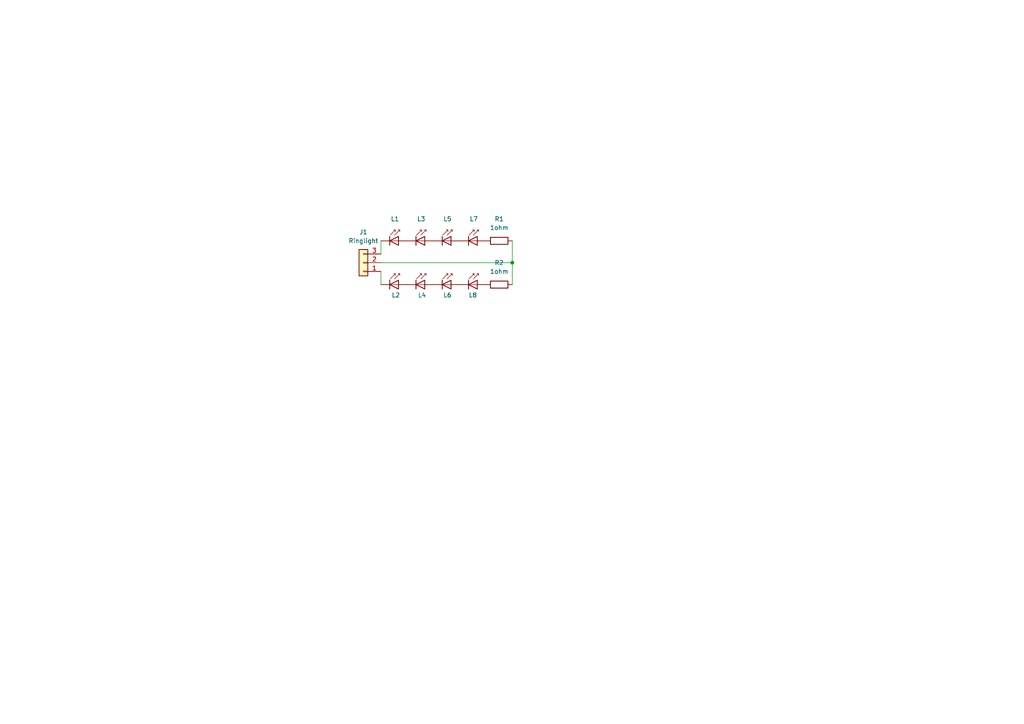
<source format=kicad_sch>
(kicad_sch (version 20231120) (generator "eeschema") (generator_version "8.0")
  (paper "A4")
  (lib_symbols
    (symbol "Connector_Generic:Conn_01x03" (pin_names (offset 1.016) hide)
      (property "Reference" "J" (at 0 5.08 0))
      (property "Value" "Conn_01x03" (at 0 -5.08 0))
      (symbol "Conn_01x03_1_1"
        (rectangle (start -1.27 -2.413) (end 0 -2.667) (stroke (width 0.1524)))
        (rectangle (start -1.27 0.127) (end 0 -0.127) (stroke (width 0.1524)))
        (rectangle (start -1.27 2.667) (end 0 2.413) (stroke (width 0.1524)))
        (rectangle (start -1.27 3.81) (end 1.27 -3.81) (stroke (width 0.254)) (fill (type background)))
        (pin passive line (at -5.08 2.54 0) (length 3.81) (name "Pin_1") (number "1"))
        (pin passive line (at -5.08 0 0) (length 3.81) (name "Pin_2") (number "2"))
        (pin passive line (at -5.08 -2.54 0) (length 3.81) (name "Pin_3") (number "3"))
      )
    )
    (symbol "Device:R" (pin_numbers hide) (pin_names (offset 0))
      (property "Reference" "R" (at 2.032 0 90))
      (property "Value" "R" (at 0 0 90))
      (symbol "R_0_1"
        (rectangle (start -1.016 -2.54) (end 1.016 2.54) (stroke (width 0.254)))
      )
      (symbol "R_1_1"
        (pin passive line (at 0 3.81 270) (length 1.27) (name "~") (number "1"))
        (pin passive line (at 0 -3.81 90) (length 1.27) (name "~") (number "2"))
      )
    )
    (symbol "LED:LD271" (pin_numbers hide) (pin_names (offset 1.016) hide)
      (property "Reference" "D" (at 0.508 1.778 0))
      (property "Value" "LD271" (at -1.016 -2.794 0))
      (symbol "LD271_0_1"
        (polyline (pts (xy -2.54 1.27) (xy -2.54 -1.27)) (stroke (width 0.254)))
        (polyline (pts (xy 0 0) (xy -2.54 0)))
        (polyline (pts (xy 0.381 3.175) (xy -0.127 3.175)))
        (polyline (pts (xy -1.143 1.651) (xy 0.381 3.175) (xy 0.381 2.667)))
        (polyline (pts (xy 0 -1.27) (xy -2.54 0) (xy 0 1.27) (xy 0 -1.27)) (stroke (width 0.254)))
        (polyline (pts (xy -2.413 1.651) (xy -0.889 3.175) (xy -0.889 2.667) (xy -0.889 3.175) (xy -1.397 3.175)))
      )
      (symbol "LD271_1_1"
        (pin passive line (at -5.08 0 0) (length 2.54) (name "K") (number "1"))
        (pin passive line (at 2.54 0 180) (length 2.54) (name "A") (number "2"))
      )
    )
  )
  (junction (at 148.59 76.2))
  (wire (pts (xy 148.59 76.2) (xy 148.59 82.55)))
  (wire (pts (xy 110.49 78.74) (xy 110.49 82.55)))
  (wire (pts (xy 110.49 69.85) (xy 110.49 73.66)))
  (wire (pts (xy 148.59 69.85) (xy 148.59 76.2)))
  (wire (pts (xy 110.49 76.2) (xy 148.59 76.2)))
  (symbol (lib_id "LED:LD271") (at 130.81 69.85 0) (unit 1)
    (property "Reference" "L5" (at 129.794 63.5 0))
    (property "Value" "LD271" (effects (hide yes)))
    (property "Footprint" "LED_THT:LED_D5.0mm_IRGrey" (effects (hide yes)))
    (property "Datasheet" "http://www.alliedelec.com/m/d/40788c34903a719969df15f1fbea1056.pdf" (effects (hide yes)))
    (property "Description" "940nm IR-LED, 5mm" (effects (hide yes)))
  )
  (symbol (lib_id "LED:LD271") (at 130.81 82.55 0) (unit 1)
    (property "Reference" "L6" (at 129.794 85.598 0))
    (property "Value" "LD271" (effects (hide yes)))
    (property "Footprint" "LED_THT:LED_D5.0mm_IRGrey" (effects (hide yes)))
    (property "Datasheet" "http://www.alliedelec.com/m/d/40788c34903a719969df15f1fbea1056.pdf" (effects (hide yes)))
    (property "Description" "940nm IR-LED, 5mm" (effects (hide yes)))
  )
  (symbol (lib_id "LED:LD271") (at 138.43 82.55 0) (unit 1)
    (property "Reference" "L8" (at 137.16 85.598 0))
    (property "Value" "LD271" (effects (hide yes)))
    (property "Footprint" "LED_THT:LED_D5.0mm_IRGrey" (effects (hide yes)))
    (property "Datasheet" "http://www.alliedelec.com/m/d/40788c34903a719969df15f1fbea1056.pdf" (effects (hide yes)))
    (property "Description" "940nm IR-LED, 5mm" (effects (hide yes)))
  )
  (symbol (lib_id "LED:LD271") (at 123.19 69.85 0) (unit 1)
    (property "Reference" "L3" (at 122.174 63.5 0))
    (property "Value" "LD271" (effects (hide yes)))
    (property "Footprint" "LED_THT:LED_D5.0mm_IRGrey" (effects (hide yes)))
    (property "Datasheet" "http://www.alliedelec.com/m/d/40788c34903a719969df15f1fbea1056.pdf" (effects (hide yes)))
    (property "Description" "940nm IR-LED, 5mm" (effects (hide yes)))
  )
  (symbol (lib_id "LED:LD271") (at 138.43 69.85 0) (unit 1)
    (property "Reference" "L7" (at 137.414 63.5 0))
    (property "Value" "LD271" (effects (hide yes)))
    (property "Footprint" "LED_THT:LED_D5.0mm_IRGrey" (effects (hide yes)))
    (property "Datasheet" "http://www.alliedelec.com/m/d/40788c34903a719969df15f1fbea1056.pdf" (effects (hide yes)))
    (property "Description" "940nm IR-LED, 5mm" (effects (hide yes)))
  )
  (symbol (lib_id "Device:R") (at 144.78 69.85 90) (unit 1)
    (property "Reference" "R1" (at 144.78 63.5 90))
    (property "Value" "1ohm" (at 144.78 66.04 90))
    (property "Description" "Resistor" (effects (hide yes)))
  )
  (symbol (lib_id "Device:R") (at 144.78 82.55 90) (unit 1)
    (property "Reference" "R2" (at 144.78 76.2 90))
    (property "Value" "1ohm" (at 144.78 78.74 90))
    (property "Description" "Resistor" (effects (hide yes)))
  )
  (symbol (lib_id "LED:LD271") (at 123.19 82.55 0) (unit 1)
    (property "Reference" "L4" (at 122.428 85.598 0))
    (property "Value" "LD271" (effects (hide yes)))
    (property "Footprint" "LED_THT:LED_D5.0mm_IRGrey" (effects (hide yes)))
    (property "Datasheet" "http://www.alliedelec.com/m/d/40788c34903a719969df15f1fbea1056.pdf" (effects (hide yes)))
    (property "Description" "940nm IR-LED, 5mm" (effects (hide yes)))
  )
  (symbol (lib_id "LED:LD271") (at 115.57 69.85 0) (unit 1)
    (property "Reference" "L1" (at 114.554 63.5 0))
    (property "Value" "LD271" (effects (hide yes)))
    (property "Footprint" "LED_THT:LED_D5.0mm_IRGrey" (effects (hide yes)))
    (property "Datasheet" "http://www.alliedelec.com/m/d/40788c34903a719969df15f1fbea1056.pdf" (effects (hide yes)))
    (property "Description" "940nm IR-LED, 5mm" (effects (hide yes)))
  )
  (symbol (lib_id "Connector_Generic:Conn_01x03") (at 105.41 76.2 180) (unit 1)
    (property "Reference" "J1" (at 105.41 67.31 0))
    (property "Value" "Ringlight" (at 105.41 69.85 0))
    (property "Description" "Generic connector, single row, 01x03, script generated (kicad-library-utils/schlib/autogen/connector/)" (effects (hide yes)))
  )
  (symbol (lib_id "LED:LD271") (at 115.57 82.55 0) (unit 1)
    (property "Reference" "L2" (at 114.808 85.598 0))
    (property "Value" "LD271" (effects (hide yes)))
    (property "Footprint" "LED_THT:LED_D5.0mm_IRGrey" (effects (hide yes)))
    (property "Datasheet" "http://www.alliedelec.com/m/d/40788c34903a719969df15f1fbea1056.pdf" (effects (hide yes)))
    (property "Description" "940nm IR-LED, 5mm" (effects (hide yes)))
  )
)
</source>
